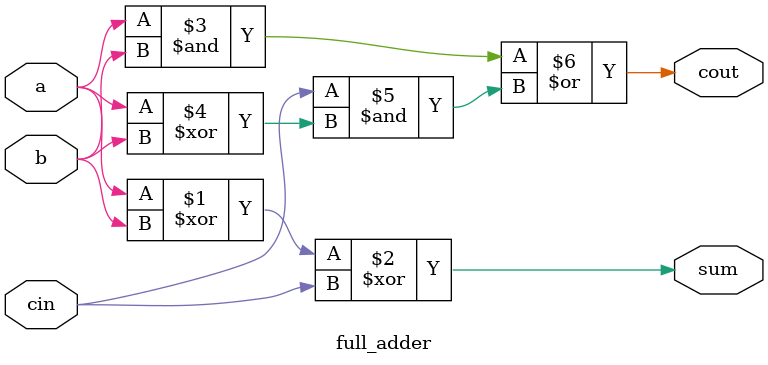
<source format=v>
module full_adder (
    input a,           // First input bit
    input b,           // Second input bit
    input cin,         // Carry input
    output sum,        // Sum output
    output cout        // Carry output
);

    assign sum = a ^ b ^ cin;          // Sum is XOR of a, b, and cin
    assign cout = (a & b) | (cin & (a ^ b));  // Carry-out logic

endmodule
</source>
